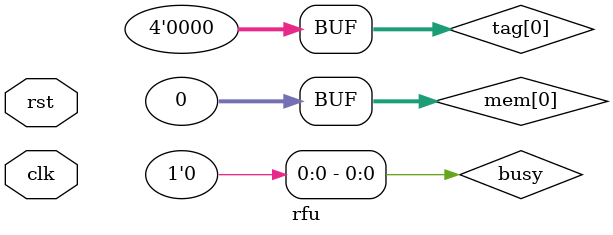
<source format=sv>

module rfu #(

   parameter   TAG_W = 32'D4

) (

    input   logic                clk
   ,input   logic                rst

   ,dec2rfu_itf.rfu              dec2rfu_itf
   ,cdb_itf.slv                  cdb_itf

);

logic [31:0]      busy     ;
logic [TAG_W-1:0] tag [32] ;
logic [31:0]      mem [32]  ;

assign busy[0] = '0 ;
assign tag[0]  = '0 ;
assign mem[0]  = '0 ;

genvar i ;
generate
for(i=1;i<32;i++)
begin : rf
   always@(posedge clk)
   begin
      if( rst )
      begin
         mem[i]    <= '0 ;
         busy[i]  <= '0 ;
         tag[i]   <= '0 ;
      end
      else if( dec2rfu_itf.rd_wr && dec2rfu_itf.rd_addr == i[4:0] )
      begin
         busy[i] <= '1 ;
         tag[i]  <= dec2rfu_itf.rd_tag ;
      end
      else if( cdb_itf.wr && cdb_itf.tag == tag[i] )
      begin
         mem[i]   <= cdb_itf.wdata ;
         busy[i]  <= '0 ;
         tag[i]   <= '0 ;
      end
   end

end
endgenerate

logic [TAG_W-1:0] rs1_tag ;
logic [TAG_W-1:0] rs2_tag ;
logic             rs1_busy ;
logic             rs2_busy ;
logic [31:0]      rs1_rdata ;
logic [31:0]      rs2_rdata ;

logic             rs1_cdb_vld ;
logic             rs2_cdb_vld ;

assign rs1_rdata = mem[dec2rfu_itf.rs1_addr] ;
assign rs1_busy  = busy[dec2rfu_itf.rs1_addr] ;
assign rs1_tag   = tag[dec2rfu_itf.rs1_addr] ;

assign rs2_rdata = mem[dec2rfu_itf.rs2_addr] ;
assign rs2_busy  = busy[dec2rfu_itf.rs2_addr] ;
assign rs2_tag   = tag[dec2rfu_itf.rs2_addr] ;

assign rs1_cdb_vld = cdb_itf.wr && cdb_itf.tag == rs1_tag ;
assign rs2_cdb_vld = cdb_itf.wr && cdb_itf.tag == rs2_tag ;

assign dec2rfu_itf.rs1_rdata = rs1_cdb_vld ? cdb_itf.wdata  : rs1_rdata ;
assign dec2rfu_itf.rs1_busy  = rs1_cdb_vld ? 1'H0           : rs1_busy  ;
assign dec2rfu_itf.rs1_tag   = rs1_cdb_vld ? '0             : rs1_tag   ;

assign dec2rfu_itf.rs2_rdata = rs2_cdb_vld ? cdb_itf.wdata  : rs2_rdata ;
assign dec2rfu_itf.rs2_busy  = rs2_cdb_vld ? 1'H0           : rs2_busy  ;
assign dec2rfu_itf.rs2_tag   = rs2_cdb_vld ? '0             : rs2_tag   ;

endmodule

</source>
